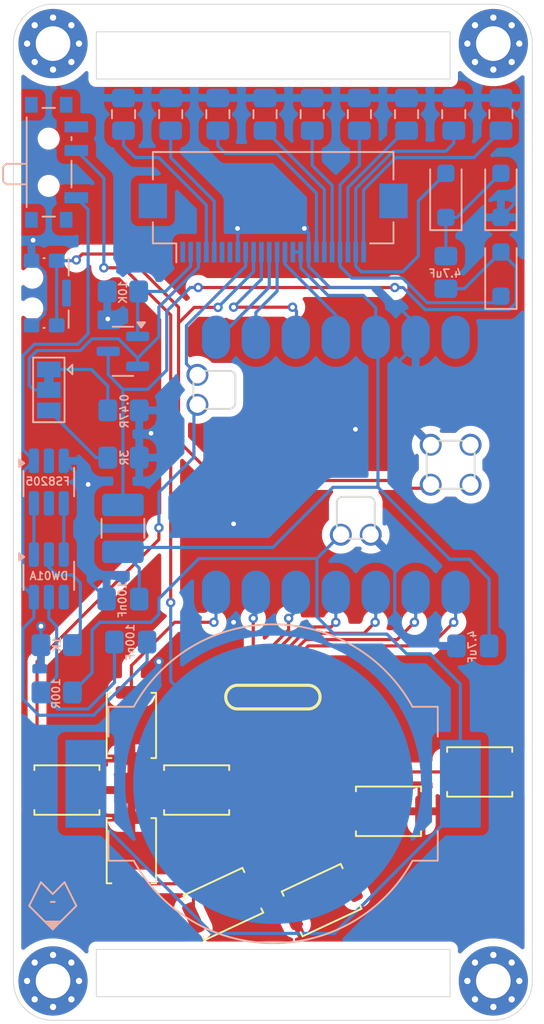
<source format=kicad_pcb>
(kicad_pcb (version 20241229) (generator "pcbnew") (generator_version "9.0")
  (layers (0 "F.Cu" signal) (2 "B.Cu" signal) (13 "F.Paste" user) (15 "B.Paste" user) (5 "F.SilkS" user "F.Silkscreen") (7 "B.SilkS" user "B.Silkscreen") (1 "F.Mask" user) (3 "B.Mask" user) (25 "Edge.Cuts" user))
  (net 0 "")
  (net 1 "BAT+")
  (net 2 "Net-(BT1--)")
  (net 3 "Net-(J1-Pin_18)")
  (net 4 "GND")
  (net 5 "Net-(J1-Pin_19)")
  (net 6 "Net-(J1-Pin_20)")
  (net 7 "Net-(D2-K)")
  (net 8 "Net-(J1-Pin_22)")
  (net 9 "Net-(D1-A)")
  (net 10 "Net-(J1-Pin_24)")
  (net 11 "+3V3")
  (net 12 "Net-(J1-Pin_5)")
  (net 13 "Net-(J1-Pin_4)")
  (net 14 "Net-(D2-A)")
  (net 15 "Net-(D1-K)")
  (net 16 "Net-(SW10-A)")
  (net 17 "Net-(U2-VDD)")
  (net 19 "Net-(J1-Pin_2)")
  (net 21 "EP_MOSI")
  (net 22 "EP_CLK")
  (net 24 "EP_RST")
  (net 25 "EP_BUSY")
  (net 26 "Net-(J1-Pin_3)")
  (net 27 "EP_DC")
  (net 28 "EP_CS")
  (net 29 "Net-(JP1-A)")
  (net 30 "Net-(JP1-B)")
  (net 31 "Net-(U2-CSI)")
  (net 32 "Net-(U1-A2{slash}0.02_H)")
  (net 33 "Net-(U1-A4{slash}0.03_H)")
  (net 34 "Net-(U1-A10{slash}0.28)")
  (net 35 "Net-(U1-A11{slash}0.29)")
  (net 36 "Net-(U1-A8_SDA{slash}0.04_H)")
  (net 37 "Net-(U1-A9_SCL{slash}0.05_H)")
  (net 38 "Net-(U1-B8_TX{slash}1.11)")
  (net 39 "Net-(U1-NFC1{slash}0.09_H)")
  (net 41 "Net-(U2-OD)")
  (net 43 "Net-(U2-OC)")
  (footprint "Button_Switch_SMD:SW_Push_SPST_NO_Alps_SKRK" (layer "F.Cu") (at 113.096754 82.137498 -155)
    (property "Reference" "SW4" (hide yes))
    (property "Value" "SW_Push" (hide yes))
  )
  (footprint "MountingHole:MountingHole_2.2mm_M2_Pad_Via" (layer "F.Cu") (at 130.267767 87.017767)
    (property "Reference" "REF**" (hide yes))
    (property "Value" "MountingHole_2.2mm_M2_Pad_Via" (hide yes))
  )
  (footprint "MountingHole:MountingHole_2.2mm_M2_Pad_Via" (layer "F.Cu") (at 102.267767 87.017767)
    (property "Reference" "REF**" (hide yes))
    (property "Value" "MountingHole_2.2mm_M2_Pad_Via" (hide yes))
  )
  (footprint "Button_Switch_SMD:SW_Push_SPST_NO_Alps_SKRK" (layer "F.Cu") (at 123.6 76.25 180)
    (property "Reference" "SW2" (hide yes))
    (property "Value" "SW_Push" (hide yes))
  )
  (footprint "Button_Switch_SMD:SW_Push_SPST_NO_Alps_SKRK" (layer "F.Cu") (at 129.4 73.75 180)
    (property "Reference" "SW1" (hide yes))
    (property "Value" "SW_Push" (hide yes))
  )
  (footprint "Button_Switch_SMD:SW_Push_SPST_NO_Alps_SKRK" (layer "F.Cu") (at 119.346754 81.887498 25)
    (property "Reference" "SW3" (hide yes))
    (property "Value" "SW_Push" (hide yes))
  )
  (footprint "Button_Switch_SMD:SW_Push_SPST_NO_Alps_SKRK" (layer "F.Cu") (at 107.25 78.75 -90)
    (property "Reference" "SW5" (hide yes))
    (property "Value" "SW_Push" (hide yes))
  )
  (footprint "MountingHole:MountingHole_2.2mm_M2_Pad_Via" (layer "F.Cu") (at 130.267767 27.517767)
    (property "Reference" "REF**" (hide yes))
    (property "Value" "MountingHole_2.2mm_M2_Pad_Via" (hide yes))
  )
  (footprint "MountingHole:MountingHole_2.2mm_M2_Pad_Via" (layer "F.Cu") (at 102.267767 27.517767)
    (property "Reference" "REF**" (hide yes))
    (property "Value" "MountingHole_2.2mm_M2_Pad_Via" (hide yes))
  )
  (footprint "Button_Switch_SMD:SW_Push_SPST_NO_Alps_SKRK" (layer "F.Cu") (at 107.25 70.8 90)
    (property "Reference" "SW7" (hide yes))
    (property "Value" "SW_Push" (hide yes))
  )
  (footprint "Button_Switch_SMD:SW_Push_SPST_NO_Alps_SKRK" (layer "F.Cu") (at 111.4 74.9)
    (property "Reference" "SW6" (hide yes))
    (property "Value" "SW_Push" (hide yes))
  )
  (footprint "Button_Switch_SMD:SW_Push_SPST_NO_Alps_SKRK" (layer "F.Cu") (at 103.15 74.9 180)
    (property "Reference" "SW8" (hide yes))
    (property "Value" "SW_Push" (hide yes))
  )
  (footprint "Package_TO_SOT_SMD:SOT-23-6_Handsoldering" (layer "B.Cu") (at 102 55.35 -90)
    (property "Reference" "U3" (hide yes))
    (property "Value" "FS8205" (hide yes))
  )
  (footprint "Connector_FFC-FPC:Hirose_FH12-24S-0.5SH_1x24-1MP_P0.50mm_Horizontal" (layer "B.Cu") (at 116.267767 38.9)
    (property "Reference" "J1" (hide yes))
    (property "Value" "FH12A-24S-0.5SH(55)" (hide yes))
  )
  (footprint "Battery:BatteryHolder_MPD_BC2003_1x2032" (layer "B.Cu") (at 116.264521 74.5 180)
    (property "Reference" "BT1" (hide yes))
    (property "Value" "LIR2032" (hide yes))
  )
  (footprint "Capacitor_SMD:C_0805_2012Metric_Pad1.18x1.45mm_HandSolder" (layer "B.Cu") (at 107.2125 65.5)
    (property "Reference" "C13" (hide yes))
    (property "Value" "100n" (hide yes))
  )
  (footprint "Jumper:SolderJumper-3_P1.3mm_Bridged12_Pad1.0x1.5mm" (layer "B.Cu") (at 102 49.5 -90)
    (property "Reference" "JP1" (hide yes))
    (property "Value" "SolderJumper_3_Bridged12" (hide yes))
  )
  (footprint "Diode_SMD:D_SOD-123F" (layer "B.Cu") (at 130.75 42.15 90)
    (property "Reference" "D2" (hide yes))
    (property "Value" "1N5819W" (hide yes))
  )
  (footprint "Capacitor_SMD:C_0805_2012Metric_Pad1.18x1.45mm_HandSolder" (layer "B.Cu") (at 109.75 32 -90)
    (property "Reference" "C9" (hide yes))
    (property "Value" "1uF" (hide yes))
  )
  (footprint "Capacitor_SMD:C_0805_2012Metric_Pad1.18x1.45mm_HandSolder" (layer "B.Cu") (at 115.75 32 -90)
    (property "Reference" "C2" (hide yes))
    (property "Value" "1uF" (hide yes))
  )
  (footprint "Capacitor_SMD:C_0805_2012Metric_Pad1.18x1.45mm_HandSolder" (layer "B.Cu") (at 127.25 42.0375 90)
    (property "Reference" "C12" (hide yes))
    (property "Value" "4.7uF" (hide yes))
  )
  (footprint "Resistor_SMD:R_0805_2012Metric_Pad1.20x1.40mm_HandSolder" (layer "B.Cu") (at 106.7125 43.25)
    (property "Reference" "R1" (hide yes))
    (property "Value" "10K" (hide yes))
  )
  (footprint "Diode_SMD:D_SOD-123F" (layer "B.Cu") (at 127.25 37.15 90)
    (property "Reference" "D1" (hide yes))
    (property "Value" "1N5819W" (hide yes))
  )
  (footprint "Capacitor_SMD:C_0805_2012Metric_Pad1.18x1.45mm_HandSolder" (layer "B.Cu") (at 127.75 32 -90)
    (property "Reference" "C6" (hide yes))
    (property "Value" "1uF" (hide yes))
  )
  (footprint "Package_TO_SOT_SMD:SOT-23-6_Handsoldering" (layer "B.Cu") (at 102 61.3 -90)
    (property "Reference" "U2" (hide yes))
    (property "Value" "DW01A" (hide yes))
  )
  (footprint "Project:xiao-ble-smd-cutout-nfc" (layer "B.Cu") (at 120.25 54.25 90)
    (property "Reference" "U1" (hide yes))
    (property "Value" "xiao-ble" (hide yes))
    (fp_line (start 5.275608 -9.055408) (end 4.234208 -9.055408) (stroke (width 0.12)) (layer "Edge.Cuts"))
    (fp_line (start 3.548408 -8.369608) (end 3.548408 -6.769408) (stroke (width 0.12)) (layer "Edge.Cuts"))
    (fp_line (start 5.961408 -6.769408) (end 5.961408 -8.369608) (stroke (width 0.12)) (layer "Edge.Cuts"))
    (fp_line (start 3.929408 -6.388408) (end 5.580408 -6.388408) (stroke (width 0.12)) (layer "Edge.Cuts"))
    (fp_line (start -2.413 0.063) (end -4.0132 0.063) (stroke (width 0.12)) (layer "Edge.Cuts"))
    (fp_line (start -4.699 0.7488) (end -4.699 1.7902) (stroke (width 0.12)) (layer "Edge.Cuts"))
    (fp_line (start -2.032 2.095) (end -2.032 0.444) (stroke (width 0.12)) (layer "Edge.Cuts"))
    (fp_line (start -4.0132 2.476) (end -2.413 2.476) (stroke (width 0.12)) (layer "Edge.Cuts"))
    (fp_line (start -0.8382 5.778) (end 0.8382 5.778) (stroke (width 0.12)) (layer "Edge.Cuts"))
    (fp_line (start 1.524 6.4638) (end 1.524 8.1402) (stroke (width 0.12)) (layer "Edge.Cuts"))
    (fp_line (start -1.524 6.4638) (end -1.524 8.1402) (stroke (width 0.12)) (layer "Edge.Cuts"))
    (fp_line (start -0.8382 8.826) (end 0.8382 8.826) (stroke (width 0.12)) (layer "Edge.Cuts"))
    (fp_arc (start 4.234208 -9.055408) (mid 4.152014 -8.451805) (end 3.548408 -8.369608) (stroke (width 0.12)) (layer "Edge.Cuts"))
    (fp_arc (start 5.961408 -8.369608) (mid 5.357832 -8.451832) (end 5.275608 -9.055408) (stroke (width 0.12)) (layer "Edge.Cuts"))
    (fp_arc (start 5.961408 -6.769408) (mid 5.849819 -6.499992) (end 5.580408 -6.388408) (stroke (width 0.12)) (layer "Edge.Cuts"))
    (fp_arc (start 3.929408 -6.388408) (mid 3.659998 -6.499998) (end 3.548408 -6.769408) (stroke (width 0.12)) (layer "Edge.Cuts"))
    (fp_arc (start -2.413 0.063) (mid -2.143592 0.174592) (end -2.032 0.444) (stroke (width 0.12)) (layer "Edge.Cuts"))
    (fp_arc (start -4.0132 0.063) (mid -4.095391 0.666609) (end -4.699 0.7488) (stroke (width 0.12)) (layer "Edge.Cuts"))
    (fp_arc (start -4.699 1.7902) (mid -4.095391 1.872391) (end -4.0132 2.476) (stroke (width 0.12)) (layer "Edge.Cuts"))
    (fp_arc (start -2.032 2.095) (mid -2.143592 2.364408) (end -2.413 2.476) (stroke (width 0.12)) (layer "Edge.Cuts"))
    (fp_arc (start -0.8382 5.778) (mid -0.920391 6.381609) (end -1.524 6.4638) (stroke (width 0.12)) (layer "Edge.Cuts"))
    (fp_arc (start 1.524 6.4638) (mid 0.920393 6.381607) (end 0.8382 5.778) (stroke (width 0.12)) (layer "Edge.Cuts"))
    (fp_arc (start -1.524 8.1402) (mid -0.920391 8.222391) (end -0.8382 8.826) (stroke (width 0.12)) (layer "Edge.Cuts"))
    (fp_arc (start 0.8382 8.826) (mid 0.920393 8.222393) (end 1.524 8.1402) (stroke (width 0.12)) (layer "Edge.Cuts"))
  )
  (footprint "Capacitor_SMD:C_0805_2012Metric_Pad1.18x1.45mm_HandSolder" (layer "B.Cu") (at 106.75 32 -90)
    (property "Reference" "C10" (hide yes))
    (property "Value" "1uF" (hide yes))
  )
  (footprint "Button_Switch_SMD:SW_SPST_CK_KMS2xxGP" (layer "B.Cu") (at 101.7 43.35 90)
    (property "Reference" "SW9" (hide yes))
    (property "Value" "SW_Push" (hide yes))
  )
  (footprint "Resistor_SMD:R_0805_2012Metric_Pad1.20x1.40mm_HandSolder" (layer "B.Cu") (at 102.5 65.7 180)
    (property "Reference" "R5" (hide yes))
    (property "Value" "1K" (hide yes))
  )
  (footprint "Capacitor_SMD:C_0805_2012Metric_Pad1.18x1.45mm_HandSolder" (layer "B.Cu") (at 121.75 32 -90)
    (property "Reference" "C4" (hide yes))
    (property "Value" "1uF" (hide yes))
  )
  (footprint "Button_Switch_SMD:SW_SPDT_PCM12" (layer "B.Cu") (at 102.32 35.05 90)
    (property "Reference" "SW10" (hide yes))
    (property "Value" "SW_SPDT" (hide yes))
  )
  (footprint "Resistor_SMD:R_0805_2012Metric_Pad1.20x1.40mm_HandSolder" (layer "B.Cu") (at 102.5 68.7 180)
    (property "Reference" "R4" (hide yes))
    (property "Value" "100R" (hide yes))
  )
  (footprint "Capacitor_SMD:C_0805_2012Metric_Pad1.18x1.45mm_HandSolder" (layer "B.Cu") (at 118.75 32 -90)
    (property "Reference" "C3" (hide yes))
    (property "Value" "1uF" (hide yes))
  )
  (footprint "Capacitor_SMD:C_0805_2012Metric_Pad1.18x1.45mm_HandSolder" (layer "B.Cu") (at 124.75 32 -90)
    (property "Reference" "C5" (hide yes))
    (property "Value" "1uF" (hide yes))
  )
  (footprint "Resistor_SMD:R_0805_2012Metric_Pad1.20x1.40mm_HandSolder" (layer "B.Cu") (at 106.75 53.8 180)
    (property "Reference" "R3" (hide yes))
    (property "Value" "3" (hide yes))
  )
  (footprint "Capacitor_SMD:C_0805_2012Metric_Pad1.18x1.45mm_HandSolder" (layer "B.Cu") (at 106.7125 62.775)
    (property "Reference" "C8" (hide yes))
    (property "Value" "100nF" (hide yes))
  )
  (footprint "Inductor_SMD:L_1210_3225Metric_Pad1.42x2.65mm_HandSolder" (layer "B.Cu") (at 106.7125 58.2875 90)
    (property "Reference" "L1" (hide yes))
    (property "Value" "68uH" (hide yes))
  )
  (footprint "Capacitor_SMD:C_0805_2012Metric_Pad1.18x1.45mm_HandSolder" (layer "B.Cu") (at 130.75 32 -90)
    (property "Reference" "C7" (hide yes))
    (property "Value" "1uF" (hide yes))
  )
  (footprint "Package_TO_SOT_SMD:SOT-23" (layer "B.Cu") (at 106.7125 47.05 180)
    (property "Reference" "Q1" (hide yes))
    (property "Value" "SI1308EDL-T1-GE3" (hide yes))
  )
  (footprint "Capacitor_SMD:C_0805_2012Metric_Pad1.18x1.45mm_HandSolder" (layer "B.Cu") (at 128.9625 65.75)
    (property "Reference" "C11" (hide yes))
    (property "Value" "4.7uF" (hide yes))
  )
  (footprint "Capacitor_SMD:C_0805_2012Metric_Pad1.18x1.45mm_HandSolder" (layer "B.Cu") (at 112.75 32 -90)
    (property "Reference" "C1" (hide yes))
    (property "Value" "1uF" (hide yes))
  )
  (footprint "Diode_SMD:D_SOD-123F" (layer "B.Cu") (at 130.75 37.15 90)
    (property "Reference" "D3" (hide yes))
    (property "Value" "1N5819W" (hide yes))
  )
  (footprint "Resistor_SMD:R_0805_2012Metric_Pad1.20x1.40mm_HandSolder" (layer "B.Cu") (at 106.75 50.8 180)
    (property "Reference" "R2" (hide yes))
    (property "Value" "0.47" (hide yes))
  )
  (gr_arc (start 118.5 68.25) (mid 119.25 69) (end 118.5 69.75) (stroke (width 0.2)) (layer "F.Cu") (net 32))
  (gr_arc (start 114 69.75) (mid 113.25 69) (end 114 68.25) (stroke (width 0.2)) (layer "F.Cu") (net 37))
  (gr_line (start 114 68.25) (end 118.5 68.25) (stroke (width 0.2)) (layer "F.SilkS"))
  (gr_arc (start 114 69.75) (mid 113.25 69) (end 114 68.25) (stroke (width 0.2)) (layer "F.SilkS"))
  (gr_arc (start 118.5 68.25) (mid 119.25 69) (end 118.5 69.75) (stroke (width 0.2)) (layer "F.SilkS"))
  (gr_line (start 118.5 69.75) (end 114 69.75) (stroke (width 0.2)) (layer "F.SilkS"))
  (gr_line (start 103 80.75) (end 102.25 81.5) (stroke (width 0.12)) (layer "B.SilkS"))
  (gr_line (start 102.75 83.25) (end 101.75 83.25) (stroke (width 0.12)) (layer "B.SilkS"))
  (gr_line (start 102.375 82) (end 102.125 82) (stroke (width 0.12)) (layer "B.SilkS"))
  (gr_line (start 102.25 83.75) (end 103.75 82.25) (stroke (width 0.12)) (layer "B.SilkS"))
  (gr_line (start 102.25 83.75) (end 100.75 82.25) (stroke (width 0.12)) (layer "B.SilkS"))
  (gr_line (start 100.75 82.25) (end 101.5 80.75) (stroke (width 0.12)) (layer "B.SilkS"))
  (gr_line (start 101.5 80.75) (end 102.25 81.5) (stroke (width 0.12)) (layer "B.SilkS"))
  (gr_line (start 103 80.75) (end 103.75 82.25) (stroke (width 0.12)) (layer "B.SilkS"))
  (gr_line (start 105.017767 85.017767) (end 105.017767 88.017767) (stroke (width 0.05)) (layer "Edge.Cuts"))
  (gr_arc (start 99.75 27.5178) (mid 100.482233 25.750033) (end 102.25 25.0178) (stroke (width 0.05)) (layer "Edge.Cuts"))
  (gr_line (start 132.75 27.517767) (end 132.75 87.017767) (stroke (width 0.05)) (layer "Edge.Cuts"))
  (gr_line (start 102.25 25.0178) (end 130.25 25.017767) (stroke (width 0.05)) (layer "Edge.Cuts"))
  (gr_line (start 130.25 89.517767) (end 102.25 89.517767) (stroke (width 0.05)) (layer "Edge.Cuts"))
  (gr_line (start 105.017767 85.017767) (end 127.517767 85.017767) (stroke (width 0.05)) (layer "Edge.Cuts"))
  (gr_arc (start 102.25 89.517767) (mid 100.482233 88.785534) (end 99.75 87.017767) (stroke (width 0.05)) (layer "Edge.Cuts"))
  (gr_line (start 127.517767 29.767767) (end 105.017767 29.767767) (stroke (width 0.05)) (layer "Edge.Cuts"))
  (gr_line (start 127.517767 26.767767) (end 127.517767 29.767767) (stroke (width 0.05)) (layer "Edge.Cuts"))
  (gr_arc (start 132.75 87.017767) (mid 132.017767 88.785534) (end 130.25 89.517767) (stroke (width 0.05)) (layer "Edge.Cuts"))
  (gr_arc (start 130.25 25.017767) (mid 132.017767 25.75) (end 132.75 27.517767) (stroke (width 0.05)) (layer "Edge.Cuts"))
  (gr_line (start 127.517767 88.017767) (end 105.017767 88.017767) (stroke (width 0.05)) (layer "Edge.Cuts"))
  (gr_line (start 105.017767 26.767767) (end 127.517767 26.767767) (stroke (width 0.05)) (layer "Edge.Cuts"))
  (gr_line (start 127.517767 85.017767) (end 127.517767 88.017767) (stroke (width 0.05)) (layer "Edge.Cuts"))
  (gr_line (start 105.017767 26.767767) (end 105.017767 29.767767) (stroke (width 0.05)) (layer "Edge.Cuts"))
  (gr_line (start 99.75 87.017767) (end 99.75 27.5178) (stroke (width 0.05)) (layer "Edge.Cuts"))
  (gr_text "4.7uF" (at 128.3 42.4 0) (layer "B.SilkS") (effects (font (size 0.5 0.5) (thickness 0.1)) (justify left bottom mirror)))
  (gr_text "100nF" (at 106.973752 61.6 90) (layer "B.SilkS") (effects (font (size 0.5 0.5) (thickness 0.1)) (justify left bottom mirror)))
  (gr_text "1K" (at 102.8 65.1 90) (layer "B.SilkS") (effects (font (size 0.5 0.5) (thickness 0.1)) (justify left bottom mirror)))
  (gr_text "DW01A" (at 103.3 61.6 0) (layer "B.SilkS") (effects (font (size 0.5 0.5) (thickness 0.1)) (justify left bottom mirror)))
  (gr_text "0.47R" (at 107.1 49.7 90) (layer "B.SilkS") (effects (font (size 0.5 0.5) (thickness 0.1)) (justify left bottom mirror)))
  (gr_text "100R" (at 102.75 67.75 90) (layer "B.SilkS") (effects (font (size 0.5 0.5) (thickness 0.1)) (justify left bottom mirror)))
  (gr_text "4.7uF" (at 129.223752 64.7 90) (layer "B.SilkS") (effects (font (size 0.5 0.5) (thickness 0.1)) (justify left bottom mirror)))
  (gr_text "10K" (at 107 42.515 90) (layer "B.SilkS") (effects (font (size 0.5 0.5) (thickness 0.1)) (justify left bottom mirror)))
  (gr_text "100nF" (at 107.473752 64.3 90) (layer "B.SilkS") (effects (font (size 0.5 0.5) (thickness 0.1)) (justify left bottom mirror)))
  (gr_text "FS8205" (at 103.4 55.6 0) (layer "B.SilkS") (effects (font (size 0.5 0.5) (thickness 0.1)) (justify left bottom mirror)))
  (gr_text "3R" (at 107.1 53.25 90) (layer "B.SilkS") (effects (font (size 0.5 0.5) (thickness 0.1)) (justify left bottom mirror)))
  (segment (start 104.75 67.45) (end 104.75 64.75) (width 0.2) (layer "B.Cu") (net 1))
  (segment (start 120.149521 84) (end 128.169521 75.98) (width 0.2) (layer "B.Cu") (net 1))
  (segment (start 104.359521 75.98) (end 112.379521 84) (width 0.2) (layer "B.Cu") (net 1))
  (segment (start 120.149522 65) (end 119.049 63.899479) (width 0.2) (layer "B.Cu") (net 1))
  (segment (start 124.75 66.25) (end 123.5 65) (width 0.2) (layer "B.Cu") (net 1))
  (segment (start 104.75 64.75) (end 105.25 64.25) (width 0.2) (layer "B.Cu") (net 1))
  (segment (start 128.169521 75.98) (end 128.169521 74.5) (width 0.2) (layer "B.Cu") (net 1))
  (segment (start 104.359521 74.5) (end 104.359521 75.98) (width 0.2) (layer "B.Cu") (net 1))
  (segment (start 105.25 64.25) (end 108.5 64.25) (width 0.2) (layer "B.Cu") (net 1))
  (segment (start 109 63.75) (end 109 62.75) (width 0.2) (layer "B.Cu") (net 1))
  (segment (start 128.169521 68.169521) (end 126.25 66.25) (width 0.2) (layer "B.Cu") (net 1))
  (segment (start 108.5 64.25) (end 109 63.75) (width 0.2) (layer "B.Cu") (net 1))
  (segment (start 103.5 68.7) (end 104.75 67.45) (width 0.2) (layer "B.Cu") (net 1))
  (segment (start 126.25 66.25) (end 124.75 66.25) (width 0.2) (layer "B.Cu") (net 1))
  (segment (start 123.5 65) (end 120.149522 65) (width 0.2) (layer "B.Cu") (net 1))
  (segment (start 119.049 60.205405) (end 120.344007 58.910398) (width 0.2) (layer "B.Cu") (net 1))
  (segment (start 109 62.75) (end 111.544595 60.205405) (width 0.2) (layer "B.Cu") (net 1))
  (segment (start 119.049 63.899479) (end 119.049 60.205405) (width 0.2) (layer "B.Cu") (net 1))
  (segment (start 111.544595 60.205405) (end 119.049 60.205405) (width 0.2) (layer "B.Cu") (net 1))
  (segment (start 128.169521 74.5) (end 128.169521 68.169521) (width 0.2) (layer "B.Cu") (net 1))
  (segment (start 112.379521 84) (end 120.149521 84) (width 0.2) (layer "B.Cu") (net 1))
  (segment (start 106.75 41.75) (end 105.5 41.75) (width 0.2) (layer "F.Cu") (net 2))
  (segment (start 109.75 44.75) (end 107 42) (width 0.2) (layer "F.Cu") (net 2))
  (segment (start 107 42) (end 106.75 41.75) (width 0.2) (layer "F.Cu") (net 2))
  (segment (start 109.75 63) (end 109.75 44.75) (width 0.2) (layer "F.Cu") (net 2))
  (via (at 109.75 63) (size 0.6) (drill 0.3) (layers "F.Cu" "B.Cu") (net 2))
  (via (at 105.5 41.75) (size 0.6) (drill 0.3) (layers "F.Cu" "B.Cu") (net 2))
  (segment (start 116.264521 74.5) (end 109.75 67.985479) (width 0.2) (layer "B.Cu") (net 2))
  (segment (start 105.5 36.05) (end 105.5 41.75) (width 0.2) (layer "B.Cu") (net 2))
  (segment (start 109.75 63) (end 109.75 67.985479) (width 0.2) (layer "B.Cu") (net 2))
  (segment (start 103.75 34.3) (end 105.5 36.05) (width 0.2) (layer "B.Cu") (net 2))
  (segment (start 119.017767 37.017767) (end 116.5 34.5) (width 0.2) (layer "B.Cu") (net 3))
  (segment (start 112.75 34) (end 112.75 33.0375) (width 0.2) (layer "B.Cu") (net 3))
  (segment (start 119.017767 40.75) (end 119.017767 37.017767) (width 0.2) (layer "B.Cu") (net 3))
  (segment (start 116.5 34.5) (end 113.25 34.5) (width 0.2) (layer "B.Cu") (net 3))
  (segment (start 113.25 34.5) (end 112.75 34) (width 0.2) (layer "B.Cu") (net 3))
  (segment (start 111.25 66.75) (end 113.75 64.25) (width 0.2) (layer "F.Cu") (net 4))
  (segment (start 126.022352 52.772352) (end 126.066602 52.757007) (width 0.2) (layer "F.Cu") (net 4))
  (segment (start 121.5 52) (end 125.25 52) (width 0.2) (layer "F.Cu") (net 4))
  (segment (start 125.25 52) (end 126.022352 52.772352) (width 0.2) (layer "F.Cu") (net 4))
  (segment (start 118.25 39.25) (end 114 39.25) (width 0.2) (layer "F.Cu") (net 4))
  (segment (start 109 66.75) (end 111.25 66.75) (width 0.2) (layer "F.Cu") (net 4))
  (segment (start 113.75 64.25) (end 113.75 58) (width 0.2) (layer "F.Cu") (net 4))
  (via (at 118.25 39.25) (size 0.6) (drill 0.3) (layers "F.Cu" "B.Cu") (net 4))
  (via (at 101 40) (size 0.6) (drill 0.3) (layers "F.Cu" "B.Cu") (net 4))
  (via (at 113.75 64.25) (size 0.6) (drill 0.3) (layers "F.Cu" "B.Cu") (net 4))
  (via (at 104.5 55.5) (size 0.6) (drill 0.3) (layers "F.Cu" "B.Cu") (net 4))
  (via (at 113.75 58) (size 0.6) (drill 0.3) (layers "F.Cu" "B.Cu") (net 4))
  (via (at 109 66.75) (size 0.6) (drill 0.3) (layers "F.Cu" "B.Cu") (net 4))
  (via (at 105.75 45) (size 0.6) (drill 0.3) (layers "F.Cu" "B.Cu") (net 4))
  (via (at 121.5 52) (size 0.6) (drill 0.3) (layers "F.Cu" "B.Cu") (net 4))
  (via (at 108.5 52.25) (size 0.6) (drill 0.3) (layers "F.Cu" "B.Cu") (net 4))
  (via (at 101.5 64.5) (size 0.6) (drill 0.3) (layers "F.Cu" "B.Cu") (net 4))
  (via (at 114 39.25) (size 0.6) (drill 0.3) (layers "F.Cu" "B.Cu") (net 4))
  (segment (start 118.517767 40.75) (end 118.517767 39.517767) (width 0.2) (layer "B.Cu") (net 4))
  (segment (start 127.925 65.75) (end 125 65.75) (width 0.2) (layer "B.Cu") (net 4))
  (segment (start 124 60.223) (end 122.693037 58.916037) (width 0.2) (layer "B.Cu") (net 4))
  (segment (start 125.33 46.63) (end 125.33 45.33) (width 0.2) (layer "B.Cu") (net 4))
  (segment (start 100.9 45.4) (end 101.007785 45.4) (width 0.2) (layer "B.Cu") (net 4))
  (segment (start 125.33 45.33) (end 123 43) (width 0.2) (layer "B.Cu") (net 4))
  (segment (start 114.017767 40.75) (end 114.017767 39.267767) (width 0.2) (layer "B.Cu") (net 4))
  (segment (start 114.017767 39.267767) (end 114 39.25) (width 0.2) (layer "B.Cu") (net 4))
  (segment (start 101.751 44.656785) (end 101.751 42.043215) (width 0.2) (layer "B.Cu") (net 4))
  (segment (start 118.517767 39.517767) (end 118.25 39.25) (width 0.2) (layer "B.Cu") (net 4))
  (segment (start 125.33 46.63) (end 123.75 48.21) (width 0.2) (layer "B.Cu") (net 4))
  (segment (start 123.75 48.21) (end 123.75 50.448) (width 0.2) (layer "B.Cu") (net 4))
  (segment (start 104.5 61.6) (end 104.5 55.5) (width 0.2) (layer "B.Cu") (net 4))
  (segment (start 125 65.75) (end 124 64.75) (width 0.2) (layer "B.Cu") (net 4))
  (segment (start 100.757785 41.3) (end 100.65 41.3) (width 0.2) (layer "B.Cu") (net 4))
  (segment (start 104.45 55.5) (end 104.5 55.5) (width 0.2) (layer "B.Cu") (net 4))
  (segment (start 100.9 41.3) (end 100.9 40.1) (width 0.2) (layer "B.Cu") (net 4))
  (segment (start 105.675 62.775) (end 104.5 61.6) (width 0.2) (layer "B.Cu") (net 4))
  (segment (start 126.060963 52.758963) (end 126.066602 52.757007) (width 0.2) (layer "B.Cu") (net 4))
  (segment (start 105.7125 43.25) (end 105.7125 44.9625) (width 0.2) (layer "B.Cu") (net 4))
  (segment (start 130.75 38.55) (end 132 37.3) (width 0.2) (layer "B.Cu") (net 4))
  (segment (start 118.517767 41.652) (end 118.517767 40.75) (width 0.2) (layer "B.Cu") (net 4))
  (segment (start 101.007785 41.3) (end 100.9 41.3) (width 0.2) (layer "B.Cu") (net 4))
  (segment (start 105.7125 44.9625) (end 105.75 45) (width 0.2) (layer "B.Cu") (net 4))
  (segment (start 107.75 52.25) (end 107.75 50.8) (width 0.2) (layer "B.Cu") (net 4))
  (segment (start 123.75 50.448) (end 126.060963 52.758963) (width 0.2) (layer "B.Cu") (net 4))
  (segment (start 100.9 40.1) (end 101 40) (width 0.2) (layer "B.Cu") (net 4))
  (segment (start 107.75 52.25) (end 108.5 52.25) (width 0.2) (layer "B.Cu") (net 4))
  (segment (start 107.75 53.8) (end 107.75 52.25) (width 0.2) (layer "B.Cu") (net 4))
  (segment (start 102.95 54) (end 104.45 55.5) (width 0.2) (layer "B.Cu") (net 4))
  (segment (start 101.007785 45.4) (end 101.751 44.656785) (width 0.2) (layer "B.Cu") (net 4))
  (segment (start 106.75 30.9625) (end 130.75 30.9625) (width 0.2) (layer "B.Cu") (net 4))
  (segment (start 101.5 65.7) (end 101.5 64.5) (width 0.2) (layer "B.Cu") (net 4))
  (segment (start 124 64.75) (end 124 60.223) (width 0.2) (layer "B.Cu") (net 4))
  (segment (start 119.865767 43) (end 118.517767 41.652) (width 0.2) (layer "B.Cu") (net 4))
  (segment (start 100.65 45.4) (end 100.757785 45.4) (width 0.2) (layer "B.Cu") (net 4))
  (segment (start 132 37.3) (end 132 32.2125) (width 0.2) (layer "B.Cu") (net 4))
  (segment (start 122.693037 58.916037) (end 122.687398 58.917993) (width 0.2) (layer "B.Cu") (net 4))
  (segment (start 101.751 42.043215) (end 101.007785 41.3) (width 0.2) (layer "B.Cu") (net 4))
  (segment (start 123 43) (end 119.865767 43) (width 0.2) (layer "B.Cu") (net 4))
  (segment (start 132 32.2125) (end 130.75 30.9625) (width 0.2) (layer "B.Cu") (net 4))
  (segment (start 119.517767 36.767767) (end 115.7875 33.0375) (width 0.2) (layer "B.Cu") (net 5))
  (segment (start 119.517767 40.75) (end 119.517767 36.767767) (width 0.2) (layer "B.Cu") (net 5))
  (segment (start 115.7875 33.0375) (end 115.75 33.0375) (width 0.2) (layer "B.Cu") (net 5))
  (segment (start 118.75 35.25) (end 118.75 33.0375) (width 0.2) (layer "B.Cu") (net 6))
  (segment (start 120.017767 40.75) (end 120.017767 36.517767) (width 0.2) (layer "B.Cu") (net 6))
  (segment (start 120.017767 36.517767) (end 118.75 35.25) (width 0.2) (layer "B.Cu") (net 6))
  (segment (start 121.75 35.25) (end 121.75 33.0375) (width 0.2) (layer "B.Cu") (net 7))
  (segment (start 120.517767 36.482233) (end 121.75 35.25) (width 0.2) (layer "B.Cu") (net 7))
  (segment (start 120.517767 41.652) (end 120.517767 40.75) (width 0.2) (layer "B.Cu") (net 7))
  (segment (start 121.266766 42.401) (end 120.517767 41.652) (width 0.2) (layer "B.Cu") (net 7))
  (segment (start 120.517767 40.75) (end 120.517767 36.482233) (width 0.2) (layer "B.Cu") (net 7))
  (segment (start 130.3365 43.9635) (end 126.0625 43.9635) (width 0.2) (layer "B.Cu") (net 7))
  (segment (start 126.0625 43.9635) (end 124.5 42.401) (width 0.2) (layer "B.Cu") (net 7))
  (segment (start 130.75 43.55) (end 130.3365 43.9635) (width 0.2) (layer "B.Cu") (net 7))
  (segment (start 124.5 42.401) (end 121.266766 42.401) (width 0.2) (layer "B.Cu") (net 7))
  (segment (start 124.644067 33.0375) (end 121.017767 36.6638) (width 0.2) (layer "B.Cu") (net 8))
  (segment (start 121.017767 36.6638) (end 121.017767 40.75) (width 0.2) (layer "B.Cu") (net 8))
  (segment (start 124.75 33.0375) (end 124.644067 33.0375) (width 0.2) (layer "B.Cu") (net 8))
  (segment (start 127.25 35.75) (end 125.5 37.5) (width 0.2) (layer "B.Cu") (net 9))
  (segment (start 121.865767 42) (end 121.517767 41.652) (width 0.2) (layer "B.Cu") (net 9))
  (segment (start 121.517767 41.652) (end 121.517767 40.75) (width 0.2) (layer "B.Cu") (net 9))
  (segment (start 127.25 34.349) (end 123.899667 34.349) (width 0.2) (layer "B.Cu") (net 9))
  (segment (start 123.899667 34.349) (end 121.517767 36.7309) (width 0.2) (layer "B.Cu") (net 9))
  (segment (start 124.5 42) (end 121.865767 42) (width 0.2) (layer "B.Cu") (net 9))
  (segment (start 121.517767 36.7309) (end 121.517767 40.75) (width 0.2) (layer "B.Cu") (net 9))
  (segment (start 127.75 33.0375) (end 127.75 33.849) (width 0.2) (layer "B.Cu") (net 9))
  (segment (start 125.5 37.5) (end 125.5 41) (width 0.2) (layer "B.Cu") (net 9))
  (segment (start 125.5 41) (end 124.5 42) (width 0.2) (layer "B.Cu") (net 9))
  (segment (start 127.75 33.849) (end 127.25 34.349) (width 0.2) (layer "B.Cu") (net 9))
  (segment (start 129.0375 34.75) (end 124.065767 34.75) (width 0.2) (layer "B.Cu") (net 10))
  (segment (start 124.065767 34.75) (end 122.017767 36.798) (width 0.2) (layer "B.Cu") (net 10))
  (segment (start 130.75 33.0375) (end 129.0375 34.75) (width 0.2) (layer "B.Cu") (net 10))
  (segment (start 122.017767 36.798) (end 122.017767 40.75) (width 0.2) (layer "B.Cu") (net 10))
  (segment (start 122.931 46.771) (end 122.79 46.63) (width 0.2) (layer "B.Cu") (net 11))
  (segment (start 119.75 43.5) (end 122 43.5) (width 0.2) (layer "B.Cu") (net 11))
  (segment (start 120.069 55.681) (end 116.25 59.5) (width 0.2) (layer "B.Cu") (net 11))
  (segment (start 118.017767 40.75) (end 117.517767 40.75) (width 0.2) (layer "B.Cu") (net 11))
  (segment (start 122.79 44.29) (end 122.79 46.63) (width 0.2) (layer "B.Cu") (net 11))
  (segment (start 128.75 60.25) (end 127.5 60.25) (width 0.2) (layer "B.Cu") (net 11))
  (segment (start 107.75 60.8125) (end 106.7125 59.775) (width 0.2) (layer "B.Cu") (net 11))
  (segment (start 122.931 55.681) (end 120.069 55.681) (width 0.2) (layer "B.Cu") (net 11))
  (segment (start 130 65.75) (end 130 61.5) (width 0.2) (layer "B.Cu") (net 11))
  (segment (start 122 43.5) (end 122.79 44.29) (width 0.2) (layer "B.Cu") (net 11))
  (segment (start 107.75 62.775) (end 107.75 60.8125) (width 0.2) (layer "B.Cu") (net 11))
  (segment (start 130 61.5) (end 128.75 60.25) (width 0.2) (layer "B.Cu") (net 11))
  (segment (start 122.931 55.681) (end 122.931 46.771) (width 0.2) (layer "B.Cu") (net 11))
  (segment (start 118.017767 41.767767) (end 119.75 43.5) (width 0.2) (layer "B.Cu") (net 11))
  (segment (start 127.5 60.25) (end 122.931 55.681) (width 0.2) (layer "B.Cu") (net 11))
  (segment (start 116.25 59.5) (end 106.9875 59.5) (width 0.2) (layer "B.Cu") (net 11))
  (segment (start 106.9875 59.5) (end 106.7125 59.775) (width 0.2) (layer "B.Cu") (net 11))
  (segment (start 118.017767 40.75) (end 118.017767 41.767767) (width 0.2) (layer "B.Cu") (net 11))
  (segment (start 112.517767 37.517767) (end 109.75 34.75) (width 0.2) (layer "B.Cu") (net 12))
  (segment (start 112.517767 40.75) (end 112.517767 37.517767) (width 0.2) (layer "B.Cu") (net 12))
  (segment (start 109.75 34.75) (end 109.75 33.0375) (width 0.2) (layer "B.Cu") (net 12))
  (segment (start 106.75 34) (end 106.75 33.0375) (width 0.2) (layer "B.Cu") (net 13))
  (segment (start 107.5 34.75) (end 106.75 34) (width 0.2) (layer "B.Cu") (net 13))
  (segment (start 112.017767 37.767767) (end 109 34.75) (width 0.2) (layer "B.Cu") (net 13))
  (segment (start 109 34.75) (end 107.5 34.75) (width 0.2) (layer "B.Cu") (net 13))
  (segment (start 112.017767 40.75) (end 112.017767 37.767767) (width 0.2) (layer "B.Cu") (net 13))
  (segment (start 111.501 43.001) (end 111.5 43) (width 0.2) (layer "F.Cu") (net 14))
  (segment (start 120.751 43.001) (end 111.501 43.001) (width 0.2) (layer "F.Cu") (net 14))
  (segment (start 120.751 43.001) (end 124 43.001) (width 0.2) (layer "F.Cu") (net 14))
  (via (at 111.5 43) (size 0.6) (drill 0.3) (layers "F.Cu" "B.Cu") (net 14))
  (via (at 124 43.001) (size 0.6) (drill 0.3) (layers "F.Cu" "B.Cu") (net 14))
  (segment (start 125.9329 44.401) (end 124.5329 43.001) (width 0.2) (layer "B.Cu") (net 14))
  (segment (start 109.5 48.25) (end 109.5 44.5) (width 0.2) (layer "B.Cu") (net 14))
  (segment (start 105.775 48.525) (end 105.775 47.05) (width 0.2) (layer "B.Cu") (net 14))
  (segment (start 106.7125 56.8) (end 106.7125 49.4625) (width 0.2) (layer "B.Cu") (net 14))
  (segment (start 131.28516 44.401) (end 125.9329 44.401) (width 0.2) (layer "B.Cu") (net 14))
  (segment (start 131.71808 41.71808) (end 131.71808 43.96808) (width 0.2) (layer "B.Cu") (net 14))
  (segment (start 108.2875 49.4625) (end 109.5 48.25) (width 0.2) (layer "B.Cu") (net 14))
  (segment (start 131.71808 43.96808) (end 131.28516 44.401) (width 0.2) (layer "B.Cu") (net 14))
  (segment (start 110.75 43.25) (end 111 43) (width 0.2) (layer "B.Cu") (net 14))
  (segment (start 111 43) (end 111.5 43) (width 0.2) (layer "B.Cu") (net 14))
  (segment (start 106.7125 49.4625) (end 108.2875 49.4625) (width 0.2) (layer "B.Cu") (net 14))
  (segment (start 127.25 43.075) (end 128.425 43.075) (width 0.2) (layer "B.Cu") (net 14))
  (segment (start 110.25 43.75) (end 110.75 43.25) (width 0.2) (layer "B.Cu") (net 14))
  (segment (start 128.425 43.075) (end 130.75 40.75) (width 0.2) (layer "B.Cu") (net 14))
  (segment (start 130.75 40.75) (end 131.71808 41.71808) (width 0.2) (layer "B.Cu") (net 14))
  (segment (start 106.5 49.25) (end 106.7125 49.4625) (width 0.2) (layer "B.Cu") (net 14))
  (segment (start 109.5 44.5) (end 110.25 43.75) (width 0.2) (layer "B.Cu") (net 14))
  (segment (start 106.5 49.25) (end 105.775 48.525) (width 0.2) (layer "B.Cu") (net 14))
  (segment (start 124.5329 43.001) (end 124 43.001) (width 0.2) (layer "B.Cu") (net 14))
  (segment (start 127.95 38.55) (end 130.75 35.75) (width 0.2) (layer "B.Cu") (net 15))
  (segment (start 127.25 38.55) (end 127.95 38.55) (width 0.2) (layer "B.Cu") (net 15))
  (segment (start 127.25 41) (end 127.25 38.55) (width 0.2) (layer "B.Cu") (net 15))
  (segment (start 100.351 64.649) (end 100.351 69.13716) (width 0.2) (layer "B.Cu") (net 16))
  (segment (start 100.351 47.3319) (end 101.0839 46.599) (width 0.2) (layer "B.Cu") (net 16))
  (segment (start 103.8339 46.599) (end 104.5 45.9329) (width 0.2) (layer "B.Cu") (net 16))
  (segment (start 100.351 61.951) (end 100.351 54.699) (width 0.2) (layer "B.Cu") (net 16))
  (segment (start 101.05 63.95) (end 100.351 64.649) (width 0.2) (layer "B.Cu") (net 16))
  (segment (start 104.5 45.9329) (end 104.5 38.05) (width 0.2) (layer "B.Cu") (net 16))
  (segment (start 101.36484 70.151) (end 104.849 70.151) (width 0.2) (layer "B.Cu") (net 16))
  (segment (start 104.849 70.151) (end 108.25 66.75) (width 0.2) (layer "B.Cu") (net 16))
  (segment (start 101.05 54) (end 100.351 53.301) (width 0.2) (layer "B.Cu") (net 16))
  (segment (start 101.05 62.65) (end 100.351 61.951) (width 0.2) (layer "B.Cu") (net 16))
  (segment (start 103.05 37.3) (end 104 37.3) (width 0.2) (layer "B.Cu") (net 16))
  (segment (start 100.351 53.301) (end 100.351 47.3319) (width 0.2) (layer "B.Cu") (net 16))
  (segment (start 101.0839 46.599) (end 103.8339 46.599) (width 0.2) (layer "B.Cu") (net 16))
  (segment (start 101.05 62.65) (end 101.05 63.95) (width 0.2) (layer "B.Cu") (net 16))
  (segment (start 100.351 54.699) (end 101.05 54) (width 0.2) (layer "B.Cu") (net 16))
  (segment (start 108.25 66.75) (end 108.25 65.5) (width 0.2) (layer "B.Cu") (net 16))
  (segment (start 100.351 69.13716) (end 101.36484 70.151) (width 0.2) (layer "B.Cu") (net 16))
  (segment (start 104.5 38.05) (end 103.75 37.3) (width 0.2) (layer "B.Cu") (net 16))
  (segment (start 102 64) (end 102 62.65) (width 0.2) (layer "B.Cu") (net 17))
  (segment (start 101.5 68.7) (end 102.5 67.7) (width 0.2) (layer "B.Cu") (net 17))
  (segment (start 104.5 69.75) (end 106.175 68.075) (width 0.2) (layer "B.Cu") (net 17))
  (segment (start 101.5 68.7) (end 102.55 69.75) (width 0.2) (layer "B.Cu") (net 17))
  (segment (start 102.5 67.7) (end 102.5 64.5) (width 0.2) (layer "B.Cu") (net 17))
  (segment (start 102.5 64.5) (end 102 64) (width 0.2) (layer "B.Cu") (net 17))
  (segment (start 102.55 69.75) (end 104.5 69.75) (width 0.2) (layer "B.Cu") (net 17))
  (segment (start 106.175 68.075) (end 106.175 65.5) (width 0.2) (layer "B.Cu") (net 17))
  (segment (start 107.65 43.3125) (end 107.7125 43.25) (width 0.2) (layer "B.Cu") (net 19))
  (segment (start 109.419767 43.25) (end 111.017767 41.652) (width 0.2) (layer "B.Cu") (net 19))
  (segment (start 107.65 46.1) (end 107.65 43.3125) (width 0.2) (layer "B.Cu") (net 19))
  (segment (start 107.7125 43.25) (end 109.419767 43.25) (width 0.2) (layer "B.Cu") (net 19))
  (segment (start 111.017767 41.652) (end 111.017767 40.75) (width 0.2) (layer "B.Cu") (net 19))
  (segment (start 120.25 44.75) (end 117.017767 41.517767) (width 0.2) (layer "B.Cu") (net 21))
  (segment (start 120.25 46.63) (end 120.25 44.75) (width 0.2) (layer "B.Cu") (net 21))
  (segment (start 117.017767 41.517767) (end 117.017767 40.75) (width 0.2) (layer "B.Cu") (net 21))
  (segment (start 116.517767 43.232233) (end 115.17 44.58) (width 0.2) (layer "B.Cu") (net 22))
  (segment (start 116.517767 40.75) (end 116.517767 43.232233) (width 0.2) (layer "B.Cu") (net 22))
  (segment (start 115.17 44.58) (end 115.17 46.63) (width 0.2) (layer "B.Cu") (net 22))
  (segment (start 124.75 55.742993) (end 124.742993 55.742993) (width 0.2) (layer "F.Cu") (net 24))
  (segment (start 106.875 40.875) (end 110.25 44.25) (width 0.2) (layer "F.Cu") (net 24))
  (segment (start 110.25 45.259148) (end 111.25 44.259148) (width 0.2) (layer "F.Cu") (net 24))
  (segment (start 110.25 44.25) (end 110.25 45.259148) (width 0.2) (layer "F.Cu") (net 24))
  (segment (start 112.759148 44.259148) (end 111.25 44.259148) (width 0.2) (layer "F.Cu") (net 24))
  (segment (start 124.75 55.742993) (end 126.066602 55.742993) (width 0.2) (layer "F.Cu") (net 24))
  (segment (start 110.25 45.5) (end 110.25 45.259148) (width 0.2) (layer "F.Cu") (net 24))
  (segment (start 103.75 41.25) (end 104.125 40.875) (width 0.2) (layer "F.Cu") (net 24))
  (segment (start 112.75 55.25) (end 112.5 55) (width 0.2) (layer "F.Cu") (net 24))
  (segment (start 124.742993 55.742993) (end 124.25 55.25) (width 0.2) (layer "F.Cu") (net 24))
  (segment (start 124.25 55.25) (end 112.75 55.25) (width 0.2) (layer "F.Cu") (net 24))
  (segment (start 110.25 52.75) (end 112.5 55) (width 0.2) (layer "F.Cu") (net 24))
  (segment (start 110.25 45.5) (end 110.25 52.75) (width 0.2) (layer "F.Cu") (net 24))
  (segment (start 104.125 40.875) (end 106.875 40.875) (width 0.2) (layer "F.Cu") (net 24))
  (via (at 103.75 41.25) (size 0.6) (drill 0.3) (layers "F.Cu" "B.Cu") (net 24))
  (via (at 112.759148 44.259148) (size 0.6) (drill 0.3) (layers "F.Cu" "B.Cu") (net 24))
  (segment (start 115.017767 42.000529) (end 112.759148 44.259148) (width 0.2) (layer "B.Cu") (net 24))
  (segment (start 102.5 45.4) (end 102.5 41.3) (width 0.2) (layer "B.Cu") (net 24))
  (segment (start 102.5 41.3) (end 103.7 41.3) (width 0.2) (layer "B.Cu") (net 24))
  (segment (start 115.017767 40.75) (end 115.017767 42.000529) (width 0.2) (layer "B.Cu") (net 24))
  (segment (start 103.7 41.3) (end 103.75 41.25) (width 0.2) (layer "B.Cu") (net 24))
  (segment (start 110.75 45.419767) (end 110.75 47.844) (width 0.2) (layer "B.Cu") (net 25))
  (segment (start 110.75 47.844) (end 111.227516 48.321515) (width 0.2) (layer "B.Cu") (net 25))
  (segment (start 114.517767 40.75) (end 114.517767 41.652) (width 0.2) (layer "B.Cu") (net 25))
  (segment (start 114.517767 41.652) (end 110.75 45.419767) (width 0.2) (layer "B.Cu") (net 25))
  (segment (start 111.227516 48.321515) (end 111.233061 48.319591) (width 0.2) (layer "B.Cu") (net 25))
  (segment (start 111.517767 40.75) (end 111.517767 41.7191) (width 0.2) (layer "B.Cu") (net 26))
  (segment (start 106.420532 46.25) (end 107.65 47.479468) (width 0.2) (layer "B.Cu") (net 26))
  (segment (start 101.05 49.5) (end 100.752 49.202) (width 0.2) (layer "B.Cu") (net 26))
  (segment (start 109 44.236867) (end 109 46.129468) (width 0.2) (layer "B.Cu") (net 26))
  (segment (start 101.25 47) (end 104 47) (width 0.2) (layer "B.Cu") (net 26))
  (segment (start 102 49.5) (end 101.05 49.5) (width 0.2) (layer "B.Cu") (net 26))
  (segment (start 107.65 47.479468) (end 107.65 48) (width 0.2) (layer "B.Cu") (net 26))
  (segment (start 109 46.129468) (end 107.65 47.479468) (width 0.2) (layer "B.Cu") (net 26))
  (segment (start 111.517767 41.7191) (end 109 44.236867) (width 0.2) (layer "B.Cu") (net 26))
  (segment (start 104.75 46.25) (end 106.420532 46.25) (width 0.2) (layer "B.Cu") (net 26))
  (segment (start 100.752 47.498) (end 101.25 47) (width 0.2) (layer "B.Cu") (net 26))
  (segment (start 104 47) (end 104.75 46.25) (width 0.2) (layer "B.Cu") (net 26))
  (segment (start 100.752 49.202) (end 100.752 47.498) (width 0.2) (layer "B.Cu") (net 26))
  (segment (start 113.75 44.25) (end 117.5 44.25) (width 0.2) (layer "F.Cu") (net 27))
  (via (at 117.5 44.25) (size 0.6) (drill 0.3) (layers "F.Cu" "B.Cu") (net 27))
  (via (at 113.75 44.25) (size 0.6) (drill 0.3) (layers "F.Cu" "B.Cu") (net 27))
  (segment (start 115.517767 42.482233) (end 113.75 44.25) (width 0.2) (layer "B.Cu") (net 27))
  (segment (start 117.5 44.25) (end 117.75 44.5) (width 0.2) (layer "B.Cu") (net 27))
  (segment (start 117.75 44.5) (end 117.75 46.59) (width 0.2) (layer "B.Cu") (net 27))
  (segment (start 117.75 46.59) (end 117.71 46.63) (width 0.2) (layer "B.Cu") (net 27))
  (segment (start 115.517767 40.75) (end 115.517767 42.482233) (width 0.2) (layer "B.Cu") (net 27))
  (segment (start 116.017767 42.982233) (end 116.017767 40.75) (width 0.2) (layer "B.Cu") (net 28))
  (segment (start 112.63 46.37) (end 116.017767 42.982233) (width 0.2) (layer "B.Cu") (net 28))
  (segment (start 112.63 46.63) (end 112.63 46.37) (width 0.2) (layer "B.Cu") (net 28))
  (segment (start 102 48.2) (end 104.7 48.2) (width 0.2) (layer "B.Cu") (net 29))
  (segment (start 104.7 48.2) (end 105.75 49.25) (width 0.2) (layer "B.Cu") (net 29))
  (segment (start 105.75 50.8) (end 105.75 49.25) (width 0.2) (layer "B.Cu") (net 29))
  (segment (start 102 50.8) (end 105 53.8) (width 0.2) (layer "B.Cu") (net 30))
  (segment (start 105 53.8) (end 105.75 53.8) (width 0.2) (layer "B.Cu") (net 30))
  (segment (start 104 65.2) (end 104 61.75) (width 0.2) (layer "B.Cu") (net 31))
  (segment (start 104 61.75) (end 103.5 61.25) (width 0.2) (layer "B.Cu") (net 31))
  (segment (start 102.5 61.25) (end 102 60.75) (width 0.2) (layer "B.Cu") (net 31))
  (segment (start 103.5 61.25) (end 102.5 61.25) (width 0.2) (layer "B.Cu") (net 31))
  (segment (start 102 60.75) (end 102 59.95) (width 0.2) (layer "B.Cu") (net 31))
  (segment (start 103.5 65.7) (end 104 65.2) (width 0.2) (layer "B.Cu") (net 31))
  (segment (start 118.5 69.75) (end 117.5 69.75) (width 0.2) (layer "F.Cu") (net 32))
  (segment (start 117.5 68.25) (end 117.5 66.75) (width 0.2) (layer "F.Cu") (net 32))
  (segment (start 118.5 65.75) (end 126 65.75) (width 0.2) (layer "F.Cu") (net 32))
  (segment (start 126.25 65.75) (end 127.75 64.25) (width 0.2) (layer "F.Cu") (net 32))
  (segment (start 117.5 73.5) (end 117.5 69.75) (width 0.2) (layer "F.Cu") (net 32))
  (segment (start 127.3 73.75) (end 117.75 73.75) (width 0.2) (layer "F.Cu") (net 32))
  (segment (start 117.5 66.75) (end 118.5 65.75) (width 0.2) (layer "F.Cu") (net 32))
  (segment (start 117.5 68.25) (end 118.5 68.25) (width 0.2) (layer "F.Cu") (net 32))
  (segment (start 117.75 73.75) (end 117.5 73.5) (width 0.2) (layer "F.Cu") (net 32))
  (segment (start 126 65.75) (end 126.25 65.75) (width 0.2) (layer "F.Cu") (net 32))
  (via (at 127.75 64.25) (size 0.6) (drill 0.3) (layers "F.Cu" "B.Cu") (net 32))
  (segment (start 127.87 61.87) (end 127.87 64.13) (width 0.2) (layer "B.Cu") (net 32))
  (segment (start 127.87 64.13) (end 127.75 64.25) (width 0.2) (layer "B.Cu") (net 32))
  (segment (start 117.25 76.25) (end 117 76) (width 0.2) (layer "F.Cu") (net 33))
  (segment (start 124.151 65.349) (end 125.25 64.25) (width 0.2) (layer "F.Cu") (net 33))
  (segment (start 117 76) (end 117 67) (width 0.2) (layer "F.Cu") (net 33))
  (segment (start 117 66.6829) (end 118.3339 65.349) (width 0.2) (layer "F.Cu") (net 33))
  (segment (start 121.5 76.25) (end 117.25 76.25) (width 0.2) (layer "F.Cu") (net 33))
  (segment (start 118.3339 65.349) (end 123.901 65.349) (width 0.2) (layer "F.Cu") (net 33))
  (segment (start 123.901 65.349) (end 124.151 65.349) (width 0.2) (layer "F.Cu") (net 33))
  (segment (start 117 67) (end 117 66.6829) (width 0.2) (layer "F.Cu") (net 33))
  (via (at 125.25 64.25) (size 0.6) (drill 0.3) (layers "F.Cu" "B.Cu") (net 33))
  (segment (start 125.33 61.87) (end 125.33 64.17) (width 0.2) (layer "B.Cu") (net 33))
  (segment (start 125.33 64.17) (end 125.25 64.25) (width 0.2) (layer "B.Cu") (net 33))
  (segment (start 116.5 66.6158) (end 118.1678 64.948) (width 0.2) (layer "F.Cu") (net 34))
  (segment (start 118.1678 64.948) (end 121.5 64.948) (width 0.2) (layer "F.Cu") (net 34))
  (segment (start 121.5 64.948) (end 122.052 64.948) (width 0.2) (layer "F.Cu") (net 34))
  (segment (start 121.25 81) (end 116.5 76.25) (width 0.2) (layer "F.Cu") (net 34))
  (segment (start 116.5 66.75) (end 116.5 66.6158) (width 0.2) (layer "F.Cu") (net 34))
  (segment (start 122.052 64.948) (end 122.75 64.25) (width 0.2) (layer "F.Cu") (net 34))
  (segment (start 116.5 76.25) (end 116.5 66.75) (width 0.2) (layer "F.Cu") (net 34))
  (via (at 122.75 64.25) (size 0.6) (drill 0.3) (layers "F.Cu" "B.Cu") (net 34))
  (segment (start 122.79 64.21) (end 122.75 64.25) (width 0.2) (layer "B.Cu") (net 34))
  (segment (start 122.79 61.87) (end 122.79 64.21) (width 0.2) (layer "B.Cu") (net 34))
  (segment (start 111.193508 81.056492) (end 116 76.25) (width 0.2) (layer "F.Cu") (net 35))
  (segment (start 119.5 64.547) (end 119.953 64.547) (width 0.2) (layer "F.Cu") (net 35))
  (segment (start 119.953 64.547) (end 120.25 64.25) (width 0.2) (layer "F.Cu") (net 35))
  (segment (start 111.193508 83.024996) (end 111.193508 81.056492) (width 0.2) (layer "F.Cu") (net 35))
  (segment (start 118.0017 64.547) (end 119.5 64.547) (width 0.2) (layer "F.Cu") (net 35))
  (segment (start 116 66.5487) (end 118.0017 64.547) (width 0.2) (layer "F.Cu") (net 35))
  (segment (start 116 67.25) (end 116 66.5487) (width 0.2) (layer "F.Cu") (net 35))
  (segment (start 116 76.25) (end 116 67.25) (width 0.2) (layer "F.Cu") (net 35))
  (via (at 120.25 64.25) (size 0.6) (drill 0.3) (layers "F.Cu" "B.Cu") (net 35))
  (segment (start 120.25 61.87) (end 120.25 64.25) (width 0.2) (layer "B.Cu") (net 35))
  (segment (start 107.25 80.85) (end 110.65 80.85) (width 0.2) (layer "F.Cu") (net 36))
  (segment (start 115.5 66.4816) (end 117.25 64.7316) (width 0.2) (layer "F.Cu") (net 36))
  (segment (start 115.5 76) (end 115.5 66.4816) (width 0.2) (layer "F.Cu") (net 36))
  (segment (start 117.25 64.7316) (end 117.25 64) (width 0.2) (layer "F.Cu") (net 36))
  (segment (start 110.65 80.85) (end 115.5 76) (width 0.2) (layer "F.Cu") (net 36))
  (via (at 117.25 64) (size 0.6) (drill 0.3) (layers "F.Cu" "B.Cu") (net 36))
  (segment (start 117.71 61.87) (end 117.71 63.54) (width 0.2) (layer "B.Cu") (net 36))
  (segment (start 117.71 63.54) (end 117.25 64) (width 0.2) (layer "B.Cu") (net 36))
  (segment (start 115 69.75) (end 115 74.5) (width 0.2) (layer "F.Cu") (net 37))
  (segment (start 115 74.5) (end 114.6 74.9) (width 0.2) (layer "F.Cu") (net 37))
  (segment (start 115 68.25) (end 115 64) (width 0.2) (layer "F.Cu") (net 37))
  (segment (start 115 69.75) (end 114 69.75) (width 0.2) (layer "F.Cu") (net 37))
  (segment (start 114.6 74.9) (end 113.5 74.9) (width 0.2) (layer "F.Cu") (net 37))
  (segment (start 114 68.25) (end 115 68.25) (width 0.2) (layer "F.Cu") (net 37))
  (via (at 115 64) (size 0.6) (drill 0.3) (layers "F.Cu" "B.Cu") (net 37))
  (segment (start 115.17 61.87) (end 115.17 63.83) (width 0.2) (layer "B.Cu") (net 37))
  (segment (start 115.17 63.83) (end 115 64) (width 0.2) (layer "B.Cu") (net 37))
  (segment (start 107.25 68.7) (end 107.25 67) (width 0.2) (layer "F.Cu") (net 38))
  (segment (start 110 64.25) (end 112.5 64.25) (width 0.2) (layer "F.Cu") (net 38))
  (segment (start 107.25 67) (end 110 64.25) (width 0.2) (layer "F.Cu") (net 38))
  (via (at 112.5 64.25) (size 0.6) (drill 0.3) (layers "F.Cu" "B.Cu") (net 38))
  (segment (start 112.63 61.87) (end 112.63 64.12) (width 0.2) (layer "B.Cu") (net 38))
  (segment (start 112.63 64.12) (end 112.5 64.25) (width 0.2) (layer "B.Cu") (net 38))
  (segment (start 101.05 73.95) (end 101.25 73.75) (width 0.2) (layer "F.Cu") (net 39))
  (segment (start 101.75 66.25) (end 109 59) (width 0.2) (layer "F.Cu") (net 39))
  (segment (start 101.25 73.75) (end 101.25 66.75) (width 0.2) (layer "F.Cu") (net 39))
  (segment (start 101.375 66.625) (end 101.75 66.25) (width 0.2) (layer "F.Cu") (net 39))
  (segment (start 101.05 74.9) (end 101.05 73.95) (width 0.2) (layer "F.Cu") (net 39))
  (segment (start 101.25 66.75) (end 101.375 66.625) (width 0.2) (layer "F.Cu") (net 39))
  (segment (start 109 59) (end 109 58.25) (width 0.2) (layer "F.Cu") (net 39))
  (via (at 109 58.25) (size 0.6) (drill 0.3) (layers "F.Cu" "B.Cu") (net 39))
  (segment (start 109 56) (end 111.227379 53.772621) (width 0.2) (layer "B.Cu") (net 39))
  (segment (start 111.227379 50.668805) (end 111.22556 50.663575) (width 0.2) (layer "B.Cu") (net 39))
  (segment (start 109 58.25) (end 109 56) (width 0.2) (layer "B.Cu") (net 39))
  (segment (start 111.227379 53.772621) (end 111.227379 50.668805) (width 0.2) (layer "B.Cu") (net 39))
  (segment (start 101.05 59.95) (end 101.05 56.7) (width 0.2) (layer "B.Cu") (net 41))
  (segment (start 102.95 59.95) (end 102.95 56.7) (width 0.2) (layer "B.Cu") (net 43))
  (zone (net 4) (net_name "GND") (layers "F.Cu" "B.Cu") (connect_pads (clearance 0.5)) (min_thickness 0.25) (fill yes (thermal_gap 0.5) (thermal_bridge_width 0.5))
    (polygon (pts (xy 99.5 24.75) (xy 133 24.75) (xy 133 89.75) (xy 99.5 89.75)))
  )
  (zone (net 0) (net_name "") (layer "B.SilkS") (connect_pads (clearance 0)) (min_thickness 0.254) (fill yes (thermal_gap 0.508) (thermal_bridge_width 0.508))
    (polygon (pts (xy 102.25 83.75) (xy 102.75 83.25) (xy 101.75 83.25)))
  )
)
</source>
